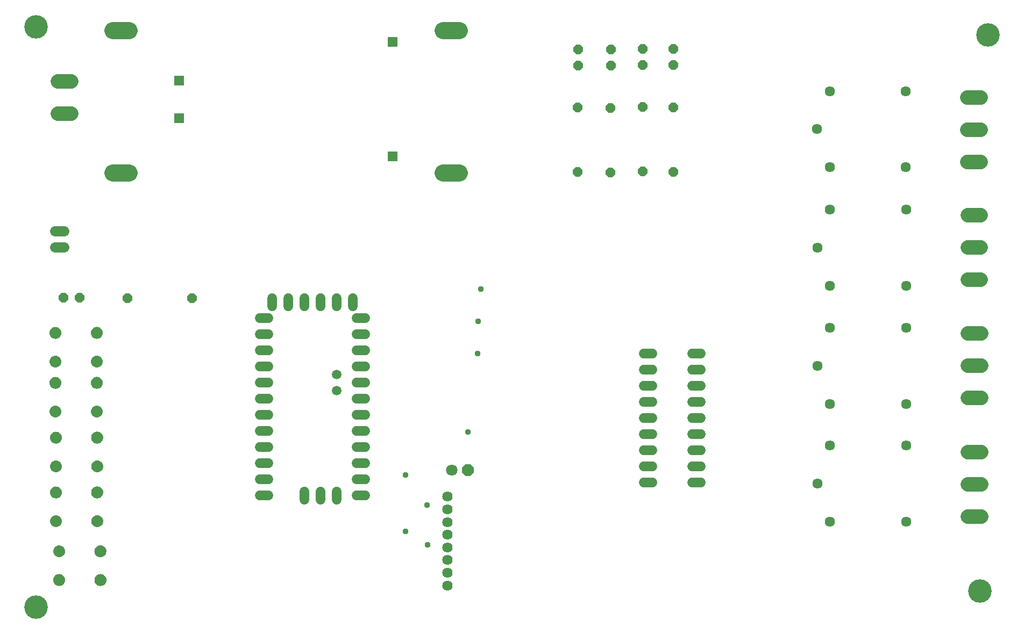
<source format=gbr>
G04 EAGLE Gerber RS-274X export*
G75*
%MOMM*%
%FSLAX34Y34*%
%LPD*%
%INSoldermask Bottom*%
%IPPOS*%
%AMOC8*
5,1,8,0,0,1.08239X$1,22.5*%
G01*
%ADD10C,3.703200*%
%ADD11P,1.951982X8X22.500000*%
%ADD12C,1.803400*%
%ADD13C,2.743200*%
%ADD14P,1.649562X8X292.500000*%
%ADD15P,1.649562X8X112.500000*%
%ADD16C,1.625600*%
%ADD17C,1.511200*%
%ADD18C,1.511200*%
%ADD19R,1.511200X1.511200*%
%ADD20C,1.524000*%
%ADD21P,1.649562X8X202.500000*%
%ADD22P,1.649562X8X22.500000*%
%ADD23C,2.298700*%
%ADD24C,1.625600*%
%ADD25C,1.611200*%
%ADD26C,0.959600*%

G36*
X146239Y460888D02*
X146239Y460888D01*
X146260Y460886D01*
X147951Y461038D01*
X147997Y461051D01*
X148073Y461061D01*
X149702Y461540D01*
X149730Y461554D01*
X149751Y461558D01*
X149776Y461572D01*
X149817Y461587D01*
X151321Y462374D01*
X151360Y462403D01*
X151425Y462442D01*
X152747Y463508D01*
X152779Y463544D01*
X152836Y463595D01*
X153925Y464898D01*
X153948Y464939D01*
X153995Y465000D01*
X154808Y466491D01*
X154823Y466536D01*
X154857Y466605D01*
X155364Y468225D01*
X155370Y468273D01*
X155389Y468347D01*
X155570Y470030D01*
X155595Y470228D01*
X155592Y470279D01*
X155596Y470370D01*
X155423Y472079D01*
X155410Y472125D01*
X155398Y472201D01*
X154895Y473843D01*
X154873Y473886D01*
X154847Y473958D01*
X154033Y475471D01*
X154003Y475508D01*
X153963Y475574D01*
X152870Y476898D01*
X152833Y476930D01*
X152782Y476986D01*
X151451Y478072D01*
X151408Y478095D01*
X151347Y478141D01*
X149830Y478946D01*
X149784Y478961D01*
X149715Y478993D01*
X148862Y479249D01*
X148069Y479487D01*
X148022Y479493D01*
X147947Y479511D01*
X146360Y479663D01*
X146343Y479670D01*
X146249Y479711D01*
X146239Y479711D01*
X146231Y479715D01*
X146044Y479726D01*
X144365Y479573D01*
X144318Y479560D01*
X144243Y479550D01*
X142626Y479072D01*
X142583Y479051D01*
X142511Y479026D01*
X141019Y478242D01*
X140981Y478212D01*
X140915Y478174D01*
X139604Y477114D01*
X139573Y477078D01*
X139516Y477027D01*
X138437Y475732D01*
X138413Y475690D01*
X138367Y475629D01*
X137561Y474148D01*
X137546Y474103D01*
X137513Y474034D01*
X137012Y472425D01*
X137006Y472377D01*
X136987Y472303D01*
X136812Y470650D01*
X136765Y470394D01*
X136765Y470372D01*
X136758Y470212D01*
X136943Y468495D01*
X136956Y468448D01*
X136968Y468373D01*
X137484Y466724D01*
X137506Y466681D01*
X137532Y466610D01*
X138360Y465093D01*
X138390Y465055D01*
X138430Y464990D01*
X139538Y463664D01*
X139574Y463633D01*
X139626Y463577D01*
X140971Y462493D01*
X141013Y462470D01*
X141075Y462424D01*
X142606Y461623D01*
X142652Y461609D01*
X142721Y461577D01*
X144378Y461089D01*
X144426Y461084D01*
X144501Y461066D01*
X145969Y460934D01*
X145997Y460918D01*
X146036Y460912D01*
X146073Y460897D01*
X146169Y460892D01*
X146219Y460884D01*
X146239Y460888D01*
G37*
G36*
X81215Y460863D02*
X81215Y460863D01*
X81236Y460861D01*
X82927Y461013D01*
X82973Y461026D01*
X83049Y461036D01*
X84678Y461515D01*
X84706Y461529D01*
X84727Y461533D01*
X84752Y461547D01*
X84793Y461562D01*
X86297Y462349D01*
X86336Y462378D01*
X86401Y462417D01*
X87723Y463483D01*
X87755Y463519D01*
X87812Y463570D01*
X88901Y464873D01*
X88924Y464914D01*
X88971Y464975D01*
X89784Y466466D01*
X89799Y466511D01*
X89833Y466580D01*
X90340Y468200D01*
X90346Y468248D01*
X90365Y468322D01*
X90546Y470005D01*
X90571Y470203D01*
X90568Y470254D01*
X90572Y470345D01*
X90399Y472054D01*
X90386Y472100D01*
X90374Y472176D01*
X89871Y473818D01*
X89849Y473861D01*
X89823Y473933D01*
X89009Y475446D01*
X88979Y475483D01*
X88939Y475549D01*
X87846Y476873D01*
X87809Y476905D01*
X87758Y476961D01*
X86427Y478047D01*
X86384Y478070D01*
X86323Y478116D01*
X84806Y478921D01*
X84760Y478936D01*
X84691Y478968D01*
X83838Y479224D01*
X83045Y479462D01*
X82998Y479468D01*
X82923Y479486D01*
X81336Y479638D01*
X81319Y479645D01*
X81225Y479686D01*
X81215Y479686D01*
X81207Y479690D01*
X81020Y479701D01*
X79341Y479548D01*
X79294Y479535D01*
X79219Y479525D01*
X77602Y479047D01*
X77559Y479026D01*
X77487Y479001D01*
X75995Y478217D01*
X75957Y478187D01*
X75891Y478149D01*
X74580Y477089D01*
X74549Y477053D01*
X74492Y477002D01*
X73413Y475707D01*
X73389Y475665D01*
X73343Y475604D01*
X72537Y474123D01*
X72522Y474078D01*
X72489Y474009D01*
X71988Y472400D01*
X71982Y472352D01*
X71963Y472278D01*
X71788Y470625D01*
X71741Y470369D01*
X71741Y470347D01*
X71734Y470187D01*
X71919Y468470D01*
X71932Y468423D01*
X71944Y468348D01*
X72460Y466699D01*
X72482Y466656D01*
X72508Y466585D01*
X73336Y465068D01*
X73366Y465030D01*
X73406Y464965D01*
X74514Y463639D01*
X74550Y463608D01*
X74602Y463552D01*
X75947Y462468D01*
X75989Y462445D01*
X76051Y462399D01*
X77582Y461598D01*
X77628Y461584D01*
X77697Y461552D01*
X79354Y461064D01*
X79402Y461059D01*
X79477Y461041D01*
X80945Y460909D01*
X80973Y460893D01*
X81012Y460887D01*
X81049Y460872D01*
X81145Y460867D01*
X81195Y460859D01*
X81215Y460863D01*
G37*
G36*
X81215Y415625D02*
X81215Y415625D01*
X81236Y415623D01*
X82927Y415775D01*
X82973Y415788D01*
X83049Y415798D01*
X84678Y416277D01*
X84706Y416291D01*
X84727Y416295D01*
X84752Y416309D01*
X84793Y416324D01*
X86297Y417111D01*
X86336Y417140D01*
X86401Y417179D01*
X87723Y418245D01*
X87755Y418281D01*
X87812Y418332D01*
X88901Y419635D01*
X88924Y419676D01*
X88971Y419737D01*
X89784Y421228D01*
X89799Y421273D01*
X89833Y421342D01*
X90340Y422962D01*
X90346Y423010D01*
X90365Y423084D01*
X90546Y424767D01*
X90571Y424965D01*
X90568Y425016D01*
X90572Y425107D01*
X90399Y426816D01*
X90386Y426862D01*
X90374Y426938D01*
X89871Y428580D01*
X89849Y428623D01*
X89823Y428695D01*
X89009Y430208D01*
X88979Y430245D01*
X88939Y430311D01*
X87846Y431635D01*
X87809Y431667D01*
X87758Y431723D01*
X86427Y432809D01*
X86384Y432832D01*
X86323Y432878D01*
X84806Y433683D01*
X84760Y433698D01*
X84691Y433730D01*
X83838Y433986D01*
X83045Y434224D01*
X82998Y434230D01*
X82923Y434248D01*
X81336Y434400D01*
X81319Y434407D01*
X81225Y434448D01*
X81215Y434448D01*
X81207Y434452D01*
X81020Y434463D01*
X79341Y434310D01*
X79294Y434297D01*
X79219Y434287D01*
X77602Y433809D01*
X77559Y433788D01*
X77487Y433763D01*
X75995Y432979D01*
X75957Y432949D01*
X75891Y432911D01*
X74580Y431851D01*
X74549Y431815D01*
X74492Y431764D01*
X73413Y430469D01*
X73389Y430427D01*
X73343Y430366D01*
X72537Y428885D01*
X72522Y428840D01*
X72489Y428771D01*
X71988Y427162D01*
X71982Y427114D01*
X71963Y427040D01*
X71788Y425387D01*
X71741Y425131D01*
X71741Y425109D01*
X71734Y424949D01*
X71919Y423232D01*
X71932Y423185D01*
X71944Y423110D01*
X72460Y421461D01*
X72482Y421418D01*
X72508Y421347D01*
X73336Y419830D01*
X73366Y419792D01*
X73406Y419727D01*
X74514Y418401D01*
X74550Y418370D01*
X74602Y418314D01*
X75947Y417230D01*
X75989Y417207D01*
X76051Y417161D01*
X77582Y416360D01*
X77628Y416346D01*
X77697Y416314D01*
X79354Y415826D01*
X79402Y415821D01*
X79477Y415803D01*
X80945Y415671D01*
X80973Y415655D01*
X81012Y415649D01*
X81049Y415634D01*
X81145Y415629D01*
X81195Y415621D01*
X81215Y415625D01*
G37*
G36*
X146290Y415600D02*
X146290Y415600D01*
X146311Y415598D01*
X148002Y415750D01*
X148048Y415763D01*
X148124Y415773D01*
X149753Y416252D01*
X149781Y416266D01*
X149802Y416270D01*
X149827Y416284D01*
X149868Y416299D01*
X151372Y417086D01*
X151411Y417115D01*
X151476Y417154D01*
X152798Y418220D01*
X152830Y418256D01*
X152887Y418307D01*
X153976Y419610D01*
X153999Y419651D01*
X154046Y419712D01*
X154859Y421203D01*
X154874Y421248D01*
X154908Y421317D01*
X155415Y422937D01*
X155421Y422985D01*
X155440Y423059D01*
X155621Y424742D01*
X155646Y424940D01*
X155643Y424991D01*
X155647Y425082D01*
X155474Y426791D01*
X155461Y426837D01*
X155449Y426913D01*
X154946Y428555D01*
X154924Y428598D01*
X154898Y428670D01*
X154084Y430183D01*
X154054Y430220D01*
X154014Y430286D01*
X152921Y431610D01*
X152884Y431642D01*
X152833Y431698D01*
X151502Y432784D01*
X151459Y432807D01*
X151398Y432853D01*
X149881Y433658D01*
X149835Y433673D01*
X149766Y433705D01*
X148913Y433961D01*
X148120Y434199D01*
X148073Y434205D01*
X147998Y434223D01*
X146411Y434375D01*
X146394Y434382D01*
X146300Y434423D01*
X146290Y434423D01*
X146282Y434427D01*
X146095Y434438D01*
X144416Y434285D01*
X144369Y434272D01*
X144294Y434262D01*
X142677Y433784D01*
X142634Y433763D01*
X142562Y433738D01*
X141070Y432954D01*
X141032Y432924D01*
X140966Y432886D01*
X139655Y431826D01*
X139624Y431790D01*
X139567Y431739D01*
X138488Y430444D01*
X138464Y430402D01*
X138418Y430341D01*
X137612Y428860D01*
X137597Y428815D01*
X137564Y428746D01*
X137063Y427137D01*
X137057Y427089D01*
X137038Y427015D01*
X136863Y425362D01*
X136816Y425106D01*
X136816Y425084D01*
X136809Y424924D01*
X136994Y423207D01*
X137007Y423160D01*
X137019Y423085D01*
X137535Y421436D01*
X137557Y421393D01*
X137583Y421322D01*
X138411Y419805D01*
X138441Y419767D01*
X138481Y419702D01*
X139589Y418376D01*
X139625Y418345D01*
X139677Y418289D01*
X141022Y417205D01*
X141064Y417182D01*
X141126Y417136D01*
X142657Y416335D01*
X142703Y416321D01*
X142772Y416289D01*
X144429Y415801D01*
X144477Y415796D01*
X144552Y415778D01*
X146020Y415646D01*
X146048Y415630D01*
X146087Y415624D01*
X146124Y415609D01*
X146220Y415604D01*
X146270Y415596D01*
X146290Y415600D01*
G37*
G36*
X146239Y382148D02*
X146239Y382148D01*
X146260Y382146D01*
X147951Y382298D01*
X147997Y382311D01*
X148073Y382321D01*
X149702Y382800D01*
X149730Y382814D01*
X149751Y382818D01*
X149776Y382832D01*
X149817Y382847D01*
X151321Y383634D01*
X151360Y383663D01*
X151425Y383702D01*
X152747Y384768D01*
X152779Y384804D01*
X152836Y384855D01*
X153925Y386158D01*
X153948Y386199D01*
X153995Y386260D01*
X154808Y387751D01*
X154823Y387796D01*
X154857Y387865D01*
X155364Y389485D01*
X155370Y389533D01*
X155389Y389607D01*
X155570Y391290D01*
X155595Y391488D01*
X155592Y391539D01*
X155596Y391630D01*
X155423Y393339D01*
X155410Y393385D01*
X155398Y393461D01*
X154895Y395103D01*
X154873Y395146D01*
X154847Y395218D01*
X154033Y396731D01*
X154003Y396768D01*
X153963Y396834D01*
X152870Y398158D01*
X152833Y398190D01*
X152782Y398246D01*
X151451Y399332D01*
X151408Y399355D01*
X151347Y399401D01*
X149830Y400206D01*
X149784Y400221D01*
X149715Y400253D01*
X148862Y400509D01*
X148069Y400747D01*
X148022Y400753D01*
X147947Y400771D01*
X146360Y400923D01*
X146343Y400930D01*
X146249Y400971D01*
X146239Y400971D01*
X146231Y400975D01*
X146044Y400986D01*
X144365Y400833D01*
X144318Y400820D01*
X144243Y400810D01*
X142626Y400332D01*
X142583Y400311D01*
X142511Y400286D01*
X141019Y399502D01*
X140981Y399472D01*
X140915Y399434D01*
X139604Y398374D01*
X139573Y398338D01*
X139516Y398287D01*
X138437Y396992D01*
X138413Y396950D01*
X138367Y396889D01*
X137561Y395408D01*
X137546Y395363D01*
X137513Y395294D01*
X137012Y393685D01*
X137006Y393637D01*
X136987Y393563D01*
X136812Y391910D01*
X136765Y391654D01*
X136765Y391632D01*
X136758Y391472D01*
X136943Y389755D01*
X136956Y389708D01*
X136968Y389633D01*
X137484Y387984D01*
X137506Y387941D01*
X137532Y387870D01*
X138360Y386353D01*
X138390Y386315D01*
X138430Y386250D01*
X139538Y384924D01*
X139574Y384893D01*
X139626Y384837D01*
X140971Y383753D01*
X141013Y383730D01*
X141075Y383684D01*
X142606Y382883D01*
X142652Y382869D01*
X142721Y382837D01*
X144378Y382349D01*
X144426Y382344D01*
X144501Y382326D01*
X145969Y382194D01*
X145997Y382178D01*
X146036Y382172D01*
X146073Y382157D01*
X146169Y382152D01*
X146219Y382144D01*
X146239Y382148D01*
G37*
G36*
X81215Y382123D02*
X81215Y382123D01*
X81236Y382121D01*
X82927Y382273D01*
X82973Y382286D01*
X83049Y382296D01*
X84678Y382775D01*
X84706Y382789D01*
X84727Y382793D01*
X84752Y382807D01*
X84793Y382822D01*
X86297Y383609D01*
X86336Y383638D01*
X86401Y383677D01*
X87723Y384743D01*
X87755Y384779D01*
X87812Y384830D01*
X88901Y386133D01*
X88924Y386174D01*
X88971Y386235D01*
X89784Y387726D01*
X89799Y387771D01*
X89833Y387840D01*
X90340Y389460D01*
X90346Y389508D01*
X90365Y389582D01*
X90546Y391265D01*
X90571Y391463D01*
X90568Y391514D01*
X90572Y391605D01*
X90399Y393314D01*
X90386Y393360D01*
X90374Y393436D01*
X89871Y395078D01*
X89849Y395121D01*
X89823Y395193D01*
X89009Y396706D01*
X88979Y396743D01*
X88939Y396809D01*
X87846Y398133D01*
X87809Y398165D01*
X87758Y398221D01*
X86427Y399307D01*
X86384Y399330D01*
X86323Y399376D01*
X84806Y400181D01*
X84760Y400196D01*
X84691Y400228D01*
X83838Y400484D01*
X83045Y400722D01*
X82998Y400728D01*
X82923Y400746D01*
X81336Y400898D01*
X81319Y400905D01*
X81225Y400946D01*
X81215Y400946D01*
X81207Y400950D01*
X81020Y400961D01*
X79341Y400808D01*
X79294Y400795D01*
X79219Y400785D01*
X77602Y400307D01*
X77559Y400286D01*
X77487Y400261D01*
X75995Y399477D01*
X75957Y399447D01*
X75891Y399409D01*
X74580Y398349D01*
X74549Y398313D01*
X74492Y398262D01*
X73413Y396967D01*
X73389Y396925D01*
X73343Y396864D01*
X72537Y395383D01*
X72522Y395338D01*
X72489Y395269D01*
X71988Y393660D01*
X71982Y393612D01*
X71963Y393538D01*
X71788Y391885D01*
X71741Y391629D01*
X71741Y391607D01*
X71734Y391447D01*
X71919Y389730D01*
X71932Y389683D01*
X71944Y389608D01*
X72460Y387959D01*
X72482Y387916D01*
X72508Y387845D01*
X73336Y386328D01*
X73366Y386290D01*
X73406Y386225D01*
X74514Y384899D01*
X74550Y384868D01*
X74602Y384812D01*
X75947Y383728D01*
X75989Y383705D01*
X76051Y383659D01*
X77582Y382858D01*
X77628Y382844D01*
X77697Y382812D01*
X79354Y382324D01*
X79402Y382319D01*
X79477Y382301D01*
X80945Y382169D01*
X80973Y382153D01*
X81012Y382147D01*
X81049Y382132D01*
X81145Y382127D01*
X81195Y382119D01*
X81215Y382123D01*
G37*
G36*
X81215Y336885D02*
X81215Y336885D01*
X81236Y336883D01*
X82927Y337035D01*
X82973Y337048D01*
X83049Y337058D01*
X84678Y337537D01*
X84706Y337551D01*
X84727Y337555D01*
X84752Y337569D01*
X84793Y337584D01*
X86297Y338371D01*
X86336Y338400D01*
X86401Y338439D01*
X87723Y339505D01*
X87755Y339541D01*
X87812Y339592D01*
X88901Y340895D01*
X88924Y340936D01*
X88971Y340997D01*
X89784Y342488D01*
X89799Y342533D01*
X89833Y342602D01*
X90340Y344222D01*
X90346Y344270D01*
X90365Y344344D01*
X90546Y346027D01*
X90571Y346225D01*
X90568Y346276D01*
X90572Y346367D01*
X90399Y348076D01*
X90386Y348122D01*
X90374Y348198D01*
X89871Y349840D01*
X89849Y349883D01*
X89823Y349955D01*
X89009Y351468D01*
X88979Y351505D01*
X88939Y351571D01*
X87846Y352895D01*
X87809Y352927D01*
X87758Y352983D01*
X86427Y354069D01*
X86384Y354092D01*
X86323Y354138D01*
X84806Y354943D01*
X84760Y354958D01*
X84691Y354990D01*
X83838Y355246D01*
X83045Y355484D01*
X82998Y355490D01*
X82923Y355508D01*
X81336Y355660D01*
X81319Y355667D01*
X81225Y355708D01*
X81215Y355708D01*
X81207Y355712D01*
X81020Y355723D01*
X79341Y355570D01*
X79294Y355557D01*
X79219Y355547D01*
X77602Y355069D01*
X77559Y355048D01*
X77487Y355023D01*
X75995Y354239D01*
X75957Y354209D01*
X75891Y354171D01*
X74580Y353111D01*
X74549Y353075D01*
X74492Y353024D01*
X73413Y351729D01*
X73389Y351687D01*
X73343Y351626D01*
X72537Y350145D01*
X72522Y350100D01*
X72489Y350031D01*
X71988Y348422D01*
X71982Y348374D01*
X71963Y348300D01*
X71788Y346647D01*
X71741Y346391D01*
X71741Y346369D01*
X71734Y346209D01*
X71919Y344492D01*
X71932Y344445D01*
X71944Y344370D01*
X72460Y342721D01*
X72482Y342678D01*
X72508Y342607D01*
X73336Y341090D01*
X73366Y341052D01*
X73406Y340987D01*
X74514Y339661D01*
X74550Y339630D01*
X74602Y339574D01*
X75947Y338490D01*
X75989Y338467D01*
X76051Y338421D01*
X77582Y337620D01*
X77628Y337606D01*
X77697Y337574D01*
X79354Y337086D01*
X79402Y337081D01*
X79477Y337063D01*
X80945Y336931D01*
X80973Y336915D01*
X81012Y336909D01*
X81049Y336894D01*
X81145Y336889D01*
X81195Y336881D01*
X81215Y336885D01*
G37*
G36*
X146290Y336860D02*
X146290Y336860D01*
X146311Y336858D01*
X148002Y337010D01*
X148048Y337023D01*
X148124Y337033D01*
X149753Y337512D01*
X149781Y337526D01*
X149802Y337530D01*
X149827Y337544D01*
X149868Y337559D01*
X151372Y338346D01*
X151411Y338375D01*
X151476Y338414D01*
X152798Y339480D01*
X152830Y339516D01*
X152887Y339567D01*
X153976Y340870D01*
X153999Y340911D01*
X154046Y340972D01*
X154859Y342463D01*
X154874Y342508D01*
X154908Y342577D01*
X155415Y344197D01*
X155421Y344245D01*
X155440Y344319D01*
X155621Y346002D01*
X155646Y346200D01*
X155643Y346251D01*
X155647Y346342D01*
X155474Y348051D01*
X155461Y348097D01*
X155449Y348173D01*
X154946Y349815D01*
X154924Y349858D01*
X154898Y349930D01*
X154084Y351443D01*
X154054Y351480D01*
X154014Y351546D01*
X152921Y352870D01*
X152884Y352902D01*
X152833Y352958D01*
X151502Y354044D01*
X151459Y354067D01*
X151398Y354113D01*
X149881Y354918D01*
X149835Y354933D01*
X149766Y354965D01*
X148913Y355221D01*
X148120Y355459D01*
X148073Y355465D01*
X147998Y355483D01*
X146411Y355635D01*
X146394Y355642D01*
X146300Y355683D01*
X146290Y355683D01*
X146282Y355687D01*
X146095Y355698D01*
X144416Y355545D01*
X144369Y355532D01*
X144294Y355522D01*
X142677Y355044D01*
X142634Y355023D01*
X142562Y354998D01*
X141070Y354214D01*
X141032Y354184D01*
X140966Y354146D01*
X139655Y353086D01*
X139624Y353050D01*
X139567Y352999D01*
X138488Y351704D01*
X138464Y351662D01*
X138418Y351601D01*
X137612Y350120D01*
X137597Y350075D01*
X137564Y350006D01*
X137063Y348397D01*
X137057Y348349D01*
X137038Y348275D01*
X136863Y346622D01*
X136816Y346366D01*
X136816Y346344D01*
X136809Y346184D01*
X136994Y344467D01*
X137007Y344420D01*
X137019Y344345D01*
X137535Y342696D01*
X137557Y342653D01*
X137583Y342582D01*
X138411Y341065D01*
X138441Y341027D01*
X138481Y340962D01*
X139589Y339636D01*
X139625Y339605D01*
X139677Y339549D01*
X141022Y338465D01*
X141064Y338442D01*
X141126Y338396D01*
X142657Y337595D01*
X142703Y337581D01*
X142772Y337549D01*
X144429Y337061D01*
X144477Y337056D01*
X144552Y337038D01*
X146020Y336906D01*
X146048Y336890D01*
X146087Y336884D01*
X146124Y336869D01*
X146220Y336864D01*
X146270Y336856D01*
X146290Y336860D01*
G37*
G36*
X146874Y295788D02*
X146874Y295788D01*
X146895Y295786D01*
X148586Y295938D01*
X148632Y295951D01*
X148708Y295961D01*
X150337Y296440D01*
X150365Y296454D01*
X150386Y296458D01*
X150411Y296472D01*
X150452Y296487D01*
X151956Y297274D01*
X151995Y297303D01*
X152060Y297342D01*
X153382Y298408D01*
X153414Y298444D01*
X153471Y298495D01*
X154560Y299798D01*
X154583Y299839D01*
X154630Y299900D01*
X155443Y301391D01*
X155458Y301436D01*
X155492Y301505D01*
X155999Y303125D01*
X156005Y303173D01*
X156024Y303247D01*
X156205Y304930D01*
X156230Y305128D01*
X156227Y305179D01*
X156231Y305270D01*
X156058Y306979D01*
X156045Y307025D01*
X156033Y307101D01*
X155530Y308743D01*
X155508Y308786D01*
X155482Y308858D01*
X154668Y310371D01*
X154638Y310408D01*
X154598Y310474D01*
X153505Y311798D01*
X153468Y311830D01*
X153417Y311886D01*
X152086Y312972D01*
X152043Y312995D01*
X151982Y313041D01*
X150465Y313846D01*
X150419Y313861D01*
X150350Y313893D01*
X149497Y314149D01*
X148704Y314387D01*
X148657Y314393D01*
X148582Y314411D01*
X146995Y314563D01*
X146978Y314570D01*
X146884Y314611D01*
X146874Y314611D01*
X146866Y314615D01*
X146679Y314626D01*
X145000Y314473D01*
X144953Y314460D01*
X144878Y314450D01*
X143261Y313972D01*
X143218Y313951D01*
X143146Y313926D01*
X141654Y313142D01*
X141616Y313112D01*
X141550Y313074D01*
X140239Y312014D01*
X140208Y311978D01*
X140151Y311927D01*
X139072Y310632D01*
X139048Y310590D01*
X139002Y310529D01*
X138196Y309048D01*
X138181Y309003D01*
X138148Y308934D01*
X137647Y307325D01*
X137641Y307277D01*
X137622Y307203D01*
X137447Y305550D01*
X137400Y305294D01*
X137400Y305272D01*
X137393Y305112D01*
X137578Y303395D01*
X137591Y303348D01*
X137603Y303273D01*
X138119Y301624D01*
X138141Y301581D01*
X138167Y301510D01*
X138995Y299993D01*
X139025Y299955D01*
X139065Y299890D01*
X140173Y298564D01*
X140209Y298533D01*
X140261Y298477D01*
X141606Y297393D01*
X141648Y297370D01*
X141710Y297324D01*
X143241Y296523D01*
X143287Y296509D01*
X143356Y296477D01*
X145013Y295989D01*
X145061Y295984D01*
X145136Y295966D01*
X146604Y295834D01*
X146632Y295818D01*
X146671Y295812D01*
X146708Y295797D01*
X146804Y295792D01*
X146854Y295784D01*
X146874Y295788D01*
G37*
G36*
X81850Y295763D02*
X81850Y295763D01*
X81871Y295761D01*
X83562Y295913D01*
X83608Y295926D01*
X83684Y295936D01*
X85313Y296415D01*
X85341Y296429D01*
X85362Y296433D01*
X85387Y296447D01*
X85428Y296462D01*
X86932Y297249D01*
X86971Y297278D01*
X87036Y297317D01*
X88358Y298383D01*
X88390Y298419D01*
X88447Y298470D01*
X89536Y299773D01*
X89559Y299814D01*
X89606Y299875D01*
X90419Y301366D01*
X90434Y301411D01*
X90468Y301480D01*
X90975Y303100D01*
X90981Y303148D01*
X91000Y303222D01*
X91181Y304905D01*
X91206Y305103D01*
X91203Y305154D01*
X91207Y305245D01*
X91034Y306954D01*
X91021Y307000D01*
X91009Y307076D01*
X90506Y308718D01*
X90484Y308761D01*
X90458Y308833D01*
X89644Y310346D01*
X89614Y310383D01*
X89574Y310449D01*
X88481Y311773D01*
X88444Y311805D01*
X88393Y311861D01*
X87062Y312947D01*
X87019Y312970D01*
X86958Y313016D01*
X85441Y313821D01*
X85395Y313836D01*
X85326Y313868D01*
X84473Y314124D01*
X83680Y314362D01*
X83633Y314368D01*
X83558Y314386D01*
X81971Y314538D01*
X81954Y314545D01*
X81860Y314586D01*
X81850Y314586D01*
X81842Y314590D01*
X81655Y314601D01*
X79976Y314448D01*
X79929Y314435D01*
X79854Y314425D01*
X78237Y313947D01*
X78194Y313926D01*
X78122Y313901D01*
X76630Y313117D01*
X76592Y313087D01*
X76526Y313049D01*
X75215Y311989D01*
X75184Y311953D01*
X75127Y311902D01*
X74048Y310607D01*
X74024Y310565D01*
X73978Y310504D01*
X73172Y309023D01*
X73157Y308978D01*
X73124Y308909D01*
X72623Y307300D01*
X72617Y307252D01*
X72598Y307178D01*
X72423Y305525D01*
X72376Y305269D01*
X72376Y305247D01*
X72369Y305087D01*
X72554Y303370D01*
X72567Y303323D01*
X72579Y303248D01*
X73095Y301599D01*
X73117Y301556D01*
X73143Y301485D01*
X73971Y299968D01*
X74001Y299930D01*
X74041Y299865D01*
X75149Y298539D01*
X75185Y298508D01*
X75237Y298452D01*
X76582Y297368D01*
X76624Y297345D01*
X76686Y297299D01*
X78217Y296498D01*
X78263Y296484D01*
X78332Y296452D01*
X79989Y295964D01*
X80037Y295959D01*
X80112Y295941D01*
X81580Y295809D01*
X81608Y295793D01*
X81647Y295787D01*
X81684Y295772D01*
X81780Y295767D01*
X81830Y295759D01*
X81850Y295763D01*
G37*
G36*
X81850Y250525D02*
X81850Y250525D01*
X81871Y250523D01*
X83562Y250675D01*
X83608Y250688D01*
X83684Y250698D01*
X85313Y251177D01*
X85341Y251191D01*
X85362Y251195D01*
X85387Y251209D01*
X85428Y251224D01*
X86932Y252011D01*
X86971Y252040D01*
X87036Y252079D01*
X88358Y253145D01*
X88390Y253181D01*
X88447Y253232D01*
X89536Y254535D01*
X89559Y254576D01*
X89606Y254637D01*
X90419Y256128D01*
X90434Y256173D01*
X90468Y256242D01*
X90975Y257862D01*
X90981Y257910D01*
X91000Y257984D01*
X91181Y259667D01*
X91206Y259865D01*
X91203Y259916D01*
X91207Y260007D01*
X91034Y261716D01*
X91021Y261762D01*
X91009Y261838D01*
X90506Y263480D01*
X90484Y263523D01*
X90458Y263595D01*
X89644Y265108D01*
X89614Y265145D01*
X89574Y265211D01*
X88481Y266535D01*
X88444Y266567D01*
X88393Y266623D01*
X87062Y267709D01*
X87019Y267732D01*
X86958Y267778D01*
X85441Y268583D01*
X85395Y268598D01*
X85326Y268630D01*
X84473Y268886D01*
X83680Y269124D01*
X83633Y269130D01*
X83558Y269148D01*
X81971Y269300D01*
X81954Y269307D01*
X81860Y269348D01*
X81850Y269348D01*
X81842Y269352D01*
X81655Y269363D01*
X79976Y269210D01*
X79929Y269197D01*
X79854Y269187D01*
X78237Y268709D01*
X78194Y268688D01*
X78122Y268663D01*
X76630Y267879D01*
X76592Y267849D01*
X76526Y267811D01*
X75215Y266751D01*
X75184Y266715D01*
X75127Y266664D01*
X74048Y265369D01*
X74024Y265327D01*
X73978Y265266D01*
X73172Y263785D01*
X73157Y263740D01*
X73124Y263671D01*
X72623Y262062D01*
X72617Y262014D01*
X72598Y261940D01*
X72423Y260287D01*
X72376Y260031D01*
X72376Y260009D01*
X72369Y259849D01*
X72554Y258132D01*
X72567Y258085D01*
X72579Y258010D01*
X73095Y256361D01*
X73117Y256318D01*
X73143Y256247D01*
X73971Y254730D01*
X74001Y254692D01*
X74041Y254627D01*
X75149Y253301D01*
X75185Y253270D01*
X75237Y253214D01*
X76582Y252130D01*
X76624Y252107D01*
X76686Y252061D01*
X78217Y251260D01*
X78263Y251246D01*
X78332Y251214D01*
X79989Y250726D01*
X80037Y250721D01*
X80112Y250703D01*
X81580Y250571D01*
X81608Y250555D01*
X81647Y250549D01*
X81684Y250534D01*
X81780Y250529D01*
X81830Y250521D01*
X81850Y250525D01*
G37*
G36*
X146925Y250500D02*
X146925Y250500D01*
X146946Y250498D01*
X148637Y250650D01*
X148683Y250663D01*
X148759Y250673D01*
X150388Y251152D01*
X150416Y251166D01*
X150437Y251170D01*
X150462Y251184D01*
X150503Y251199D01*
X152007Y251986D01*
X152046Y252015D01*
X152111Y252054D01*
X153433Y253120D01*
X153465Y253156D01*
X153522Y253207D01*
X154611Y254510D01*
X154634Y254551D01*
X154681Y254612D01*
X155494Y256103D01*
X155509Y256148D01*
X155543Y256217D01*
X156050Y257837D01*
X156056Y257885D01*
X156075Y257959D01*
X156256Y259642D01*
X156281Y259840D01*
X156278Y259891D01*
X156282Y259982D01*
X156109Y261691D01*
X156096Y261737D01*
X156084Y261813D01*
X155581Y263455D01*
X155559Y263498D01*
X155533Y263570D01*
X154719Y265083D01*
X154689Y265120D01*
X154649Y265186D01*
X153556Y266510D01*
X153519Y266542D01*
X153468Y266598D01*
X152137Y267684D01*
X152094Y267707D01*
X152033Y267753D01*
X150516Y268558D01*
X150470Y268573D01*
X150401Y268605D01*
X149548Y268861D01*
X148755Y269099D01*
X148708Y269105D01*
X148633Y269123D01*
X147046Y269275D01*
X147029Y269282D01*
X146935Y269323D01*
X146925Y269323D01*
X146917Y269327D01*
X146730Y269338D01*
X145051Y269185D01*
X145004Y269172D01*
X144929Y269162D01*
X143312Y268684D01*
X143269Y268663D01*
X143197Y268638D01*
X141705Y267854D01*
X141667Y267824D01*
X141601Y267786D01*
X140290Y266726D01*
X140259Y266690D01*
X140202Y266639D01*
X139123Y265344D01*
X139099Y265302D01*
X139053Y265241D01*
X138247Y263760D01*
X138232Y263715D01*
X138199Y263646D01*
X137698Y262037D01*
X137692Y261989D01*
X137673Y261915D01*
X137498Y260262D01*
X137451Y260006D01*
X137451Y259984D01*
X137444Y259824D01*
X137629Y258107D01*
X137642Y258060D01*
X137654Y257985D01*
X138170Y256336D01*
X138192Y256293D01*
X138218Y256222D01*
X139046Y254705D01*
X139076Y254667D01*
X139116Y254602D01*
X140224Y253276D01*
X140260Y253245D01*
X140312Y253189D01*
X141657Y252105D01*
X141699Y252082D01*
X141761Y252036D01*
X143292Y251235D01*
X143338Y251221D01*
X143407Y251189D01*
X145064Y250701D01*
X145112Y250696D01*
X145187Y250678D01*
X146655Y250546D01*
X146683Y250530D01*
X146722Y250524D01*
X146759Y250509D01*
X146855Y250504D01*
X146905Y250496D01*
X146925Y250500D01*
G37*
G36*
X146874Y209428D02*
X146874Y209428D01*
X146895Y209426D01*
X148586Y209578D01*
X148632Y209591D01*
X148708Y209601D01*
X150337Y210080D01*
X150365Y210094D01*
X150386Y210098D01*
X150411Y210112D01*
X150452Y210127D01*
X151956Y210914D01*
X151995Y210943D01*
X152060Y210982D01*
X153382Y212048D01*
X153414Y212084D01*
X153471Y212135D01*
X154560Y213438D01*
X154583Y213479D01*
X154630Y213540D01*
X155443Y215031D01*
X155458Y215076D01*
X155492Y215145D01*
X155999Y216765D01*
X156005Y216813D01*
X156024Y216887D01*
X156205Y218570D01*
X156230Y218768D01*
X156227Y218819D01*
X156231Y218910D01*
X156058Y220619D01*
X156045Y220665D01*
X156033Y220741D01*
X155530Y222383D01*
X155508Y222426D01*
X155482Y222498D01*
X154668Y224011D01*
X154638Y224048D01*
X154598Y224114D01*
X153505Y225438D01*
X153468Y225470D01*
X153417Y225526D01*
X152086Y226612D01*
X152043Y226635D01*
X151982Y226681D01*
X150465Y227486D01*
X150419Y227501D01*
X150350Y227533D01*
X149497Y227789D01*
X148704Y228027D01*
X148657Y228033D01*
X148582Y228051D01*
X146995Y228203D01*
X146978Y228210D01*
X146884Y228251D01*
X146874Y228251D01*
X146866Y228255D01*
X146679Y228266D01*
X145000Y228113D01*
X144953Y228100D01*
X144878Y228090D01*
X143261Y227612D01*
X143218Y227591D01*
X143146Y227566D01*
X141654Y226782D01*
X141616Y226752D01*
X141550Y226714D01*
X140239Y225654D01*
X140208Y225618D01*
X140151Y225567D01*
X139072Y224272D01*
X139048Y224230D01*
X139002Y224169D01*
X138196Y222688D01*
X138181Y222643D01*
X138148Y222574D01*
X137647Y220965D01*
X137641Y220917D01*
X137622Y220843D01*
X137447Y219190D01*
X137400Y218934D01*
X137400Y218912D01*
X137393Y218752D01*
X137578Y217035D01*
X137591Y216988D01*
X137603Y216913D01*
X138119Y215264D01*
X138141Y215221D01*
X138167Y215150D01*
X138995Y213633D01*
X139025Y213595D01*
X139065Y213530D01*
X140173Y212204D01*
X140209Y212173D01*
X140261Y212117D01*
X141606Y211033D01*
X141648Y211010D01*
X141710Y210964D01*
X143241Y210163D01*
X143287Y210149D01*
X143356Y210117D01*
X145013Y209629D01*
X145061Y209624D01*
X145136Y209606D01*
X146604Y209474D01*
X146632Y209458D01*
X146671Y209452D01*
X146708Y209437D01*
X146804Y209432D01*
X146854Y209424D01*
X146874Y209428D01*
G37*
G36*
X81850Y209403D02*
X81850Y209403D01*
X81871Y209401D01*
X83562Y209553D01*
X83608Y209566D01*
X83684Y209576D01*
X85313Y210055D01*
X85341Y210069D01*
X85362Y210073D01*
X85387Y210087D01*
X85428Y210102D01*
X86932Y210889D01*
X86971Y210918D01*
X87036Y210957D01*
X88358Y212023D01*
X88390Y212059D01*
X88447Y212110D01*
X89536Y213413D01*
X89559Y213454D01*
X89606Y213515D01*
X90419Y215006D01*
X90434Y215051D01*
X90468Y215120D01*
X90975Y216740D01*
X90981Y216788D01*
X91000Y216862D01*
X91181Y218545D01*
X91206Y218743D01*
X91203Y218794D01*
X91207Y218885D01*
X91034Y220594D01*
X91021Y220640D01*
X91009Y220716D01*
X90506Y222358D01*
X90484Y222401D01*
X90458Y222473D01*
X89644Y223986D01*
X89614Y224023D01*
X89574Y224089D01*
X88481Y225413D01*
X88444Y225445D01*
X88393Y225501D01*
X87062Y226587D01*
X87019Y226610D01*
X86958Y226656D01*
X85441Y227461D01*
X85395Y227476D01*
X85326Y227508D01*
X84473Y227764D01*
X83680Y228002D01*
X83633Y228008D01*
X83558Y228026D01*
X81971Y228178D01*
X81954Y228185D01*
X81860Y228226D01*
X81850Y228226D01*
X81842Y228230D01*
X81655Y228241D01*
X79976Y228088D01*
X79929Y228075D01*
X79854Y228065D01*
X78237Y227587D01*
X78194Y227566D01*
X78122Y227541D01*
X76630Y226757D01*
X76592Y226727D01*
X76526Y226689D01*
X75215Y225629D01*
X75184Y225593D01*
X75127Y225542D01*
X74048Y224247D01*
X74024Y224205D01*
X73978Y224144D01*
X73172Y222663D01*
X73157Y222618D01*
X73124Y222549D01*
X72623Y220940D01*
X72617Y220892D01*
X72598Y220818D01*
X72423Y219165D01*
X72376Y218909D01*
X72376Y218887D01*
X72369Y218727D01*
X72554Y217010D01*
X72567Y216963D01*
X72579Y216888D01*
X73095Y215239D01*
X73117Y215196D01*
X73143Y215125D01*
X73971Y213608D01*
X74001Y213570D01*
X74041Y213505D01*
X75149Y212179D01*
X75185Y212148D01*
X75237Y212092D01*
X76582Y211008D01*
X76624Y210985D01*
X76686Y210939D01*
X78217Y210138D01*
X78263Y210124D01*
X78332Y210092D01*
X79989Y209604D01*
X80037Y209599D01*
X80112Y209581D01*
X81580Y209449D01*
X81608Y209433D01*
X81647Y209427D01*
X81684Y209412D01*
X81780Y209407D01*
X81830Y209399D01*
X81850Y209403D01*
G37*
G36*
X81850Y164165D02*
X81850Y164165D01*
X81871Y164163D01*
X83562Y164315D01*
X83608Y164328D01*
X83684Y164338D01*
X85313Y164817D01*
X85341Y164831D01*
X85362Y164835D01*
X85387Y164849D01*
X85428Y164864D01*
X86932Y165651D01*
X86971Y165680D01*
X87036Y165719D01*
X88358Y166785D01*
X88390Y166821D01*
X88447Y166872D01*
X89536Y168175D01*
X89559Y168216D01*
X89606Y168277D01*
X90419Y169768D01*
X90434Y169813D01*
X90468Y169882D01*
X90975Y171502D01*
X90981Y171550D01*
X91000Y171624D01*
X91181Y173307D01*
X91206Y173505D01*
X91203Y173556D01*
X91207Y173647D01*
X91034Y175356D01*
X91021Y175402D01*
X91009Y175478D01*
X90506Y177120D01*
X90484Y177163D01*
X90458Y177235D01*
X89644Y178748D01*
X89614Y178785D01*
X89574Y178851D01*
X88481Y180175D01*
X88444Y180207D01*
X88393Y180263D01*
X87062Y181349D01*
X87019Y181372D01*
X86958Y181418D01*
X85441Y182223D01*
X85395Y182238D01*
X85326Y182270D01*
X84473Y182526D01*
X83680Y182764D01*
X83633Y182770D01*
X83558Y182788D01*
X81971Y182940D01*
X81954Y182947D01*
X81860Y182988D01*
X81850Y182988D01*
X81842Y182992D01*
X81655Y183003D01*
X79976Y182850D01*
X79929Y182837D01*
X79854Y182827D01*
X78237Y182349D01*
X78194Y182328D01*
X78122Y182303D01*
X76630Y181519D01*
X76592Y181489D01*
X76526Y181451D01*
X75215Y180391D01*
X75184Y180355D01*
X75127Y180304D01*
X74048Y179009D01*
X74024Y178967D01*
X73978Y178906D01*
X73172Y177425D01*
X73157Y177380D01*
X73124Y177311D01*
X72623Y175702D01*
X72617Y175654D01*
X72598Y175580D01*
X72423Y173927D01*
X72376Y173671D01*
X72376Y173649D01*
X72369Y173489D01*
X72554Y171772D01*
X72567Y171725D01*
X72579Y171650D01*
X73095Y170001D01*
X73117Y169958D01*
X73143Y169887D01*
X73971Y168370D01*
X74001Y168332D01*
X74041Y168267D01*
X75149Y166941D01*
X75185Y166910D01*
X75237Y166854D01*
X76582Y165770D01*
X76624Y165747D01*
X76686Y165701D01*
X78217Y164900D01*
X78263Y164886D01*
X78332Y164854D01*
X79989Y164366D01*
X80037Y164361D01*
X80112Y164343D01*
X81580Y164211D01*
X81608Y164195D01*
X81647Y164189D01*
X81684Y164174D01*
X81780Y164169D01*
X81830Y164161D01*
X81850Y164165D01*
G37*
G36*
X151954Y116718D02*
X151954Y116718D01*
X151975Y116716D01*
X153666Y116868D01*
X153712Y116881D01*
X153788Y116891D01*
X155417Y117370D01*
X155445Y117384D01*
X155466Y117388D01*
X155491Y117402D01*
X155532Y117417D01*
X157036Y118204D01*
X157075Y118233D01*
X157140Y118272D01*
X158462Y119338D01*
X158494Y119374D01*
X158551Y119425D01*
X159640Y120728D01*
X159663Y120769D01*
X159710Y120830D01*
X160523Y122321D01*
X160538Y122366D01*
X160572Y122435D01*
X161079Y124055D01*
X161085Y124103D01*
X161104Y124177D01*
X161285Y125860D01*
X161310Y126058D01*
X161307Y126109D01*
X161311Y126200D01*
X161138Y127909D01*
X161125Y127955D01*
X161113Y128031D01*
X160610Y129673D01*
X160588Y129716D01*
X160562Y129788D01*
X159748Y131301D01*
X159718Y131338D01*
X159678Y131404D01*
X158585Y132728D01*
X158548Y132760D01*
X158497Y132816D01*
X157166Y133902D01*
X157123Y133925D01*
X157062Y133971D01*
X155545Y134776D01*
X155499Y134791D01*
X155430Y134823D01*
X154577Y135079D01*
X153784Y135317D01*
X153737Y135323D01*
X153662Y135341D01*
X152075Y135493D01*
X152058Y135500D01*
X151964Y135541D01*
X151954Y135541D01*
X151946Y135545D01*
X151759Y135556D01*
X150080Y135403D01*
X150033Y135390D01*
X149958Y135380D01*
X148341Y134902D01*
X148298Y134881D01*
X148226Y134856D01*
X146734Y134072D01*
X146696Y134042D01*
X146630Y134004D01*
X145319Y132944D01*
X145288Y132908D01*
X145231Y132857D01*
X144152Y131562D01*
X144128Y131520D01*
X144082Y131459D01*
X143276Y129978D01*
X143261Y129933D01*
X143228Y129864D01*
X142727Y128255D01*
X142721Y128207D01*
X142702Y128133D01*
X142527Y126480D01*
X142480Y126224D01*
X142480Y126202D01*
X142473Y126042D01*
X142658Y124325D01*
X142671Y124278D01*
X142683Y124203D01*
X143199Y122554D01*
X143221Y122511D01*
X143247Y122440D01*
X144075Y120923D01*
X144105Y120885D01*
X144145Y120820D01*
X145253Y119494D01*
X145289Y119463D01*
X145341Y119407D01*
X146686Y118323D01*
X146728Y118300D01*
X146790Y118254D01*
X148321Y117453D01*
X148367Y117439D01*
X148436Y117407D01*
X150093Y116919D01*
X150141Y116914D01*
X150216Y116896D01*
X151684Y116764D01*
X151712Y116748D01*
X151751Y116742D01*
X151788Y116727D01*
X151884Y116722D01*
X151934Y116714D01*
X151954Y116718D01*
G37*
G36*
X86930Y71455D02*
X86930Y71455D01*
X86951Y71453D01*
X88642Y71605D01*
X88688Y71618D01*
X88764Y71628D01*
X90393Y72107D01*
X90421Y72121D01*
X90442Y72125D01*
X90467Y72139D01*
X90508Y72154D01*
X92012Y72941D01*
X92051Y72970D01*
X92116Y73009D01*
X93438Y74075D01*
X93470Y74111D01*
X93527Y74162D01*
X94616Y75465D01*
X94639Y75506D01*
X94686Y75567D01*
X95499Y77058D01*
X95514Y77103D01*
X95548Y77172D01*
X96055Y78792D01*
X96061Y78840D01*
X96080Y78914D01*
X96261Y80597D01*
X96286Y80795D01*
X96283Y80846D01*
X96287Y80937D01*
X96114Y82646D01*
X96101Y82692D01*
X96089Y82768D01*
X95586Y84410D01*
X95564Y84453D01*
X95538Y84525D01*
X94724Y86038D01*
X94694Y86075D01*
X94654Y86141D01*
X93561Y87465D01*
X93524Y87497D01*
X93473Y87553D01*
X92142Y88639D01*
X92099Y88662D01*
X92038Y88708D01*
X90521Y89513D01*
X90475Y89528D01*
X90406Y89560D01*
X89553Y89816D01*
X88760Y90054D01*
X88713Y90060D01*
X88638Y90078D01*
X87051Y90230D01*
X87034Y90237D01*
X86940Y90278D01*
X86930Y90278D01*
X86922Y90282D01*
X86735Y90293D01*
X85056Y90140D01*
X85009Y90127D01*
X84934Y90117D01*
X83317Y89639D01*
X83274Y89618D01*
X83202Y89593D01*
X81710Y88809D01*
X81672Y88779D01*
X81606Y88741D01*
X80295Y87681D01*
X80264Y87645D01*
X80207Y87594D01*
X79128Y86299D01*
X79104Y86257D01*
X79058Y86196D01*
X78252Y84715D01*
X78237Y84670D01*
X78204Y84601D01*
X77703Y82992D01*
X77697Y82944D01*
X77678Y82870D01*
X77503Y81217D01*
X77456Y80961D01*
X77456Y80939D01*
X77449Y80779D01*
X77634Y79062D01*
X77647Y79015D01*
X77659Y78940D01*
X78175Y77291D01*
X78197Y77248D01*
X78223Y77177D01*
X79051Y75660D01*
X79081Y75622D01*
X79121Y75557D01*
X80229Y74231D01*
X80265Y74200D01*
X80317Y74144D01*
X81662Y73060D01*
X81704Y73037D01*
X81766Y72991D01*
X83297Y72190D01*
X83343Y72176D01*
X83412Y72144D01*
X85069Y71656D01*
X85117Y71651D01*
X85192Y71633D01*
X86660Y71501D01*
X86688Y71485D01*
X86727Y71479D01*
X86764Y71464D01*
X86860Y71459D01*
X86910Y71451D01*
X86930Y71455D01*
G37*
G36*
X152005Y71430D02*
X152005Y71430D01*
X152026Y71428D01*
X153717Y71580D01*
X153763Y71593D01*
X153839Y71603D01*
X155468Y72082D01*
X155496Y72096D01*
X155517Y72100D01*
X155542Y72114D01*
X155583Y72129D01*
X157087Y72916D01*
X157126Y72945D01*
X157191Y72984D01*
X158513Y74050D01*
X158545Y74086D01*
X158602Y74137D01*
X159691Y75440D01*
X159714Y75481D01*
X159761Y75542D01*
X160574Y77033D01*
X160589Y77078D01*
X160623Y77147D01*
X161130Y78767D01*
X161136Y78815D01*
X161155Y78889D01*
X161336Y80572D01*
X161361Y80770D01*
X161358Y80821D01*
X161362Y80912D01*
X161189Y82621D01*
X161176Y82667D01*
X161164Y82743D01*
X160661Y84385D01*
X160639Y84428D01*
X160613Y84500D01*
X159799Y86013D01*
X159769Y86050D01*
X159729Y86116D01*
X158636Y87440D01*
X158599Y87472D01*
X158548Y87528D01*
X157217Y88614D01*
X157174Y88637D01*
X157113Y88683D01*
X155596Y89488D01*
X155550Y89503D01*
X155481Y89535D01*
X154628Y89791D01*
X153835Y90029D01*
X153788Y90035D01*
X153713Y90053D01*
X152126Y90205D01*
X152109Y90212D01*
X152015Y90253D01*
X152005Y90253D01*
X151997Y90257D01*
X151810Y90268D01*
X150131Y90115D01*
X150084Y90102D01*
X150009Y90092D01*
X148392Y89614D01*
X148349Y89593D01*
X148277Y89568D01*
X146785Y88784D01*
X146747Y88754D01*
X146681Y88716D01*
X145370Y87656D01*
X145339Y87620D01*
X145282Y87569D01*
X144203Y86274D01*
X144179Y86232D01*
X144133Y86171D01*
X143327Y84690D01*
X143312Y84645D01*
X143279Y84576D01*
X142778Y82967D01*
X142772Y82919D01*
X142753Y82845D01*
X142578Y81192D01*
X142531Y80936D01*
X142531Y80914D01*
X142524Y80754D01*
X142709Y79037D01*
X142722Y78990D01*
X142734Y78915D01*
X143250Y77266D01*
X143272Y77223D01*
X143298Y77152D01*
X144126Y75635D01*
X144156Y75597D01*
X144196Y75532D01*
X145304Y74206D01*
X145340Y74175D01*
X145392Y74119D01*
X146737Y73035D01*
X146779Y73012D01*
X146841Y72966D01*
X148372Y72165D01*
X148418Y72151D01*
X148487Y72119D01*
X150144Y71631D01*
X150192Y71626D01*
X150267Y71608D01*
X151735Y71476D01*
X151763Y71460D01*
X151802Y71454D01*
X151839Y71439D01*
X151935Y71434D01*
X151985Y71426D01*
X152005Y71430D01*
G37*
G36*
X146925Y164140D02*
X146925Y164140D01*
X146946Y164138D01*
X148637Y164290D01*
X148683Y164303D01*
X148759Y164313D01*
X150388Y164792D01*
X150416Y164806D01*
X150437Y164810D01*
X150461Y164824D01*
X150503Y164839D01*
X152007Y165626D01*
X152046Y165655D01*
X152111Y165694D01*
X153433Y166760D01*
X153465Y166796D01*
X153522Y166847D01*
X154611Y168150D01*
X154634Y168191D01*
X154681Y168252D01*
X155494Y169743D01*
X155509Y169788D01*
X155543Y169857D01*
X156050Y171477D01*
X156056Y171525D01*
X156075Y171599D01*
X156256Y173282D01*
X156281Y173480D01*
X156278Y173531D01*
X156282Y173622D01*
X156109Y175331D01*
X156096Y175377D01*
X156084Y175453D01*
X155581Y177095D01*
X155559Y177138D01*
X155533Y177210D01*
X154719Y178723D01*
X154689Y178760D01*
X154649Y178826D01*
X153556Y180150D01*
X153519Y180182D01*
X153468Y180238D01*
X152137Y181324D01*
X152094Y181347D01*
X152033Y181393D01*
X150516Y182198D01*
X150470Y182213D01*
X150401Y182245D01*
X149548Y182501D01*
X148755Y182739D01*
X148708Y182745D01*
X148633Y182763D01*
X147046Y182915D01*
X147029Y182922D01*
X146935Y182963D01*
X146925Y182963D01*
X146917Y182967D01*
X146730Y182978D01*
X145051Y182825D01*
X145004Y182812D01*
X144929Y182802D01*
X143312Y182324D01*
X143269Y182303D01*
X143197Y182278D01*
X141705Y181494D01*
X141667Y181464D01*
X141601Y181426D01*
X140290Y180366D01*
X140259Y180330D01*
X140202Y180279D01*
X139123Y178984D01*
X139099Y178942D01*
X139053Y178881D01*
X138247Y177400D01*
X138232Y177355D01*
X138199Y177286D01*
X137698Y175677D01*
X137692Y175629D01*
X137673Y175555D01*
X137498Y173902D01*
X137451Y173646D01*
X137451Y173624D01*
X137444Y173464D01*
X137629Y171747D01*
X137642Y171700D01*
X137654Y171625D01*
X138170Y169976D01*
X138192Y169933D01*
X138218Y169862D01*
X139046Y168345D01*
X139076Y168307D01*
X139116Y168242D01*
X140224Y166916D01*
X140260Y166885D01*
X140312Y166829D01*
X141657Y165745D01*
X141699Y165722D01*
X141761Y165676D01*
X143292Y164875D01*
X143338Y164861D01*
X143407Y164829D01*
X145064Y164341D01*
X145112Y164336D01*
X145187Y164318D01*
X146655Y164186D01*
X146683Y164170D01*
X146722Y164164D01*
X146759Y164149D01*
X146855Y164144D01*
X146905Y164136D01*
X146925Y164140D01*
G37*
G36*
X86930Y116693D02*
X86930Y116693D01*
X86951Y116691D01*
X88642Y116843D01*
X88688Y116856D01*
X88764Y116866D01*
X90393Y117345D01*
X90421Y117359D01*
X90442Y117363D01*
X90466Y117377D01*
X90508Y117392D01*
X92012Y118179D01*
X92051Y118208D01*
X92116Y118247D01*
X93438Y119313D01*
X93470Y119349D01*
X93527Y119400D01*
X94616Y120703D01*
X94639Y120744D01*
X94686Y120805D01*
X95499Y122296D01*
X95514Y122341D01*
X95548Y122410D01*
X96055Y124030D01*
X96061Y124078D01*
X96080Y124152D01*
X96261Y125835D01*
X96286Y126033D01*
X96283Y126084D01*
X96287Y126175D01*
X96114Y127884D01*
X96101Y127930D01*
X96089Y128006D01*
X95586Y129648D01*
X95564Y129691D01*
X95538Y129763D01*
X94724Y131276D01*
X94694Y131313D01*
X94654Y131379D01*
X93561Y132703D01*
X93524Y132735D01*
X93473Y132791D01*
X92142Y133877D01*
X92099Y133900D01*
X92038Y133946D01*
X90521Y134751D01*
X90475Y134766D01*
X90406Y134798D01*
X89553Y135054D01*
X88760Y135292D01*
X88713Y135298D01*
X88638Y135316D01*
X87051Y135468D01*
X87034Y135475D01*
X86940Y135516D01*
X86930Y135516D01*
X86922Y135520D01*
X86735Y135531D01*
X85056Y135378D01*
X85009Y135365D01*
X84934Y135355D01*
X83317Y134877D01*
X83274Y134856D01*
X83202Y134831D01*
X81710Y134047D01*
X81672Y134017D01*
X81606Y133979D01*
X80295Y132919D01*
X80264Y132883D01*
X80207Y132832D01*
X79128Y131537D01*
X79104Y131495D01*
X79058Y131434D01*
X78252Y129953D01*
X78237Y129908D01*
X78204Y129839D01*
X77703Y128230D01*
X77697Y128182D01*
X77678Y128108D01*
X77503Y126455D01*
X77456Y126199D01*
X77456Y126177D01*
X77449Y126017D01*
X77634Y124300D01*
X77647Y124253D01*
X77659Y124178D01*
X78175Y122529D01*
X78197Y122486D01*
X78223Y122415D01*
X79051Y120898D01*
X79081Y120860D01*
X79121Y120795D01*
X80229Y119469D01*
X80265Y119438D01*
X80317Y119382D01*
X81662Y118298D01*
X81704Y118275D01*
X81766Y118229D01*
X83297Y117428D01*
X83343Y117414D01*
X83412Y117382D01*
X85069Y116894D01*
X85117Y116889D01*
X85192Y116871D01*
X86660Y116739D01*
X86688Y116723D01*
X86727Y116717D01*
X86764Y116702D01*
X86860Y116697D01*
X86910Y116689D01*
X86930Y116693D01*
G37*
D10*
X50800Y952500D03*
X1549400Y939800D03*
X1536700Y63500D03*
X50800Y38100D03*
D11*
X730885Y254000D03*
D12*
X705485Y254000D03*
D13*
X197485Y946912D02*
X172085Y946912D01*
X172085Y721868D02*
X197485Y721868D01*
X691515Y946912D02*
X716915Y946912D01*
X716915Y721868D02*
X691515Y721868D01*
D14*
X904240Y916940D03*
X904240Y891540D03*
X955675Y916940D03*
X955675Y891540D03*
D15*
X903605Y723900D03*
X903605Y825500D03*
X955040Y723265D03*
X955040Y824865D03*
D16*
X698500Y212240D03*
X698500Y192240D03*
X698500Y172240D03*
X698500Y152240D03*
X698500Y132240D03*
X698500Y112240D03*
X698500Y92240D03*
X698500Y72240D03*
D17*
X422275Y512255D02*
X422275Y525335D01*
X447675Y525335D02*
X447675Y512255D01*
X473075Y512255D02*
X473075Y525335D01*
X498475Y525335D02*
X498475Y512255D01*
X523875Y512255D02*
X523875Y525335D01*
X549275Y525335D02*
X549275Y512255D01*
X416115Y493395D02*
X403035Y493395D01*
X403035Y467995D02*
X416115Y467995D01*
X416115Y442595D02*
X403035Y442595D01*
X403035Y417195D02*
X416115Y417195D01*
X416115Y391795D02*
X403035Y391795D01*
X403035Y366395D02*
X416115Y366395D01*
X416115Y340995D02*
X403035Y340995D01*
X403035Y315595D02*
X416115Y315595D01*
X416115Y290195D02*
X403035Y290195D01*
X403035Y264795D02*
X416115Y264795D01*
X416115Y239395D02*
X403035Y239395D01*
X403035Y213995D02*
X416115Y213995D01*
X555435Y493395D02*
X568515Y493395D01*
X568515Y467995D02*
X555435Y467995D01*
X555435Y442595D02*
X568515Y442595D01*
X568515Y417195D02*
X555435Y417195D01*
X555435Y391795D02*
X568515Y391795D01*
X568515Y366395D02*
X555435Y366395D01*
X555435Y340995D02*
X568515Y340995D01*
X568515Y315595D02*
X555435Y315595D01*
X555435Y290195D02*
X568515Y290195D01*
X568515Y264795D02*
X555435Y264795D01*
X555435Y239395D02*
X568515Y239395D01*
X568515Y213995D02*
X555435Y213995D01*
X523875Y220535D02*
X523875Y207455D01*
X498475Y207455D02*
X498475Y220535D01*
X473075Y220535D02*
X473075Y207455D01*
D18*
X523875Y404495D03*
X523875Y379095D03*
D19*
X276000Y808900D03*
X276000Y867900D03*
X612000Y928900D03*
X612000Y748900D03*
D20*
X1007491Y437515D02*
X1020699Y437515D01*
X1020699Y412115D02*
X1007491Y412115D01*
X1007491Y285115D02*
X1020699Y285115D01*
X1020699Y259715D02*
X1007491Y259715D01*
X1007491Y386715D02*
X1020699Y386715D01*
X1020699Y361315D02*
X1007491Y361315D01*
X1007491Y310515D02*
X1020699Y310515D01*
X1020699Y335915D02*
X1007491Y335915D01*
X1007491Y234315D02*
X1020699Y234315D01*
X1083691Y234315D02*
X1096899Y234315D01*
X1096899Y259715D02*
X1083691Y259715D01*
X1083691Y285115D02*
X1096899Y285115D01*
X1096899Y310515D02*
X1083691Y310515D01*
X1083691Y335915D02*
X1096899Y335915D01*
X1096899Y361315D02*
X1083691Y361315D01*
X1083691Y386715D02*
X1096899Y386715D01*
X1096899Y412115D02*
X1083691Y412115D01*
X1083691Y437515D02*
X1096899Y437515D01*
D15*
X1005840Y724535D03*
X1005840Y826135D03*
X1054100Y723900D03*
X1054100Y825500D03*
D14*
X1005840Y917575D03*
X1005840Y892175D03*
X1054100Y917575D03*
X1054100Y892175D03*
D21*
X295910Y525145D03*
X194310Y525145D03*
D22*
X93980Y525780D03*
X119380Y525780D03*
D23*
X105728Y867410D02*
X84773Y867410D01*
X84773Y816610D02*
X105728Y816610D01*
D24*
X94742Y605790D02*
X80518Y605790D01*
X80518Y631190D02*
X94742Y631190D01*
D25*
X1419920Y731280D03*
X1299920Y851280D03*
X1279920Y791280D03*
X1419920Y851280D03*
X1299920Y731280D03*
X1420555Y544590D03*
X1300555Y664590D03*
X1280555Y604590D03*
X1420555Y664590D03*
X1300555Y544590D03*
X1420555Y358535D03*
X1300555Y478535D03*
X1280555Y418535D03*
X1420555Y478535D03*
X1300555Y358535D03*
X1420555Y173115D03*
X1300555Y293115D03*
X1280555Y233115D03*
X1420555Y293115D03*
X1300555Y173115D03*
D23*
X1516063Y739775D02*
X1537018Y739775D01*
X1537018Y790575D02*
X1516063Y790575D01*
X1516063Y841375D02*
X1537018Y841375D01*
X1537653Y554355D02*
X1516698Y554355D01*
X1516698Y605155D02*
X1537653Y605155D01*
X1537653Y655955D02*
X1516698Y655955D01*
X1517333Y368300D02*
X1538288Y368300D01*
X1538288Y419100D02*
X1517333Y419100D01*
X1517333Y469900D02*
X1538288Y469900D01*
X1538288Y181610D02*
X1517333Y181610D01*
X1517333Y232410D02*
X1538288Y232410D01*
X1538288Y283210D02*
X1517333Y283210D01*
D26*
X750570Y539750D03*
X746760Y488950D03*
X746125Y438150D03*
X730885Y314325D03*
X666115Y199390D03*
X666750Y136525D03*
X632460Y246380D03*
X632460Y157480D03*
M02*

</source>
